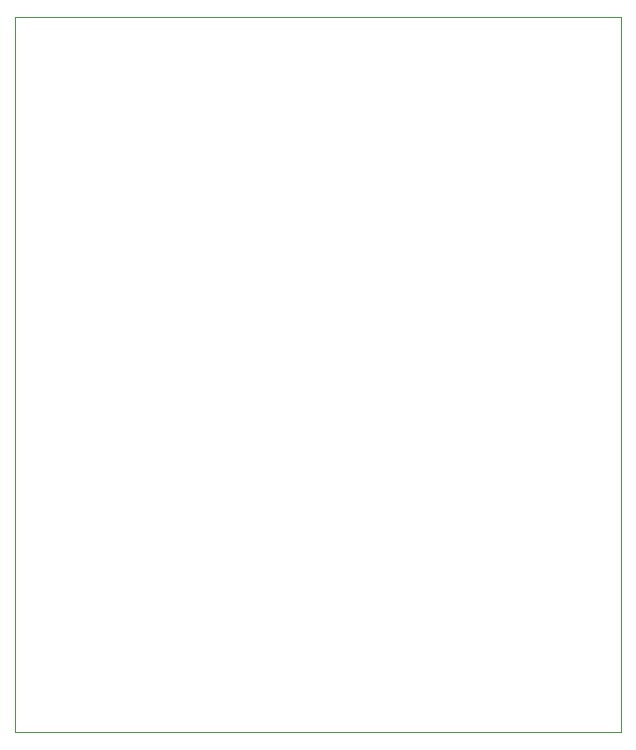
<source format=gbr>
%FSTAX23Y23*%
%MOMM*%
%SFA1B1*%

%IPPOS*%
%ADD122C,0.025400*%
G54D122*
X0Y0D02*
X51259D01*
Y60499*
X0*
Y0*
M02*
</source>
